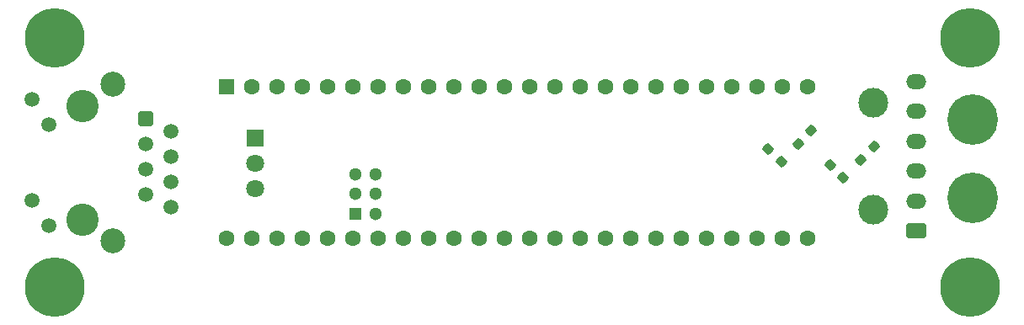
<source format=gbs>
G04 #@! TF.GenerationSoftware,KiCad,Pcbnew,(6.0.8)*
G04 #@! TF.CreationDate,2022-11-19T16:18:39-06:00*
G04 #@! TF.ProjectId,NavBoard_Hardware,4e617642-6f61-4726-945f-486172647761,rev?*
G04 #@! TF.SameCoordinates,Original*
G04 #@! TF.FileFunction,Soldermask,Bot*
G04 #@! TF.FilePolarity,Negative*
%FSLAX46Y46*%
G04 Gerber Fmt 4.6, Leading zero omitted, Abs format (unit mm)*
G04 Created by KiCad (PCBNEW (6.0.8)) date 2022-11-19 16:18:39*
%MOMM*%
%LPD*%
G01*
G04 APERTURE LIST*
G04 Aperture macros list*
%AMRoundRect*
0 Rectangle with rounded corners*
0 $1 Rounding radius*
0 $2 $3 $4 $5 $6 $7 $8 $9 X,Y pos of 4 corners*
0 Add a 4 corners polygon primitive as box body*
4,1,4,$2,$3,$4,$5,$6,$7,$8,$9,$2,$3,0*
0 Add four circle primitives for the rounded corners*
1,1,$1+$1,$2,$3*
1,1,$1+$1,$4,$5*
1,1,$1+$1,$6,$7*
1,1,$1+$1,$8,$9*
0 Add four rect primitives between the rounded corners*
20,1,$1+$1,$2,$3,$4,$5,0*
20,1,$1+$1,$4,$5,$6,$7,0*
20,1,$1+$1,$6,$7,$8,$9,0*
20,1,$1+$1,$8,$9,$2,$3,0*%
G04 Aperture macros list end*
%ADD10R,1.800000X1.800000*%
%ADD11C,1.800000*%
%ADD12C,6.000000*%
%ADD13C,3.000000*%
%ADD14RoundRect,0.250001X0.759999X-0.499999X0.759999X0.499999X-0.759999X0.499999X-0.759999X-0.499999X0*%
%ADD15O,2.020000X1.500000*%
%ADD16C,3.250000*%
%ADD17RoundRect,0.250500X-0.499500X0.499500X-0.499500X-0.499500X0.499500X-0.499500X0.499500X0.499500X0*%
%ADD18C,1.500000*%
%ADD19C,2.500000*%
%ADD20RoundRect,0.237500X0.344715X-0.008839X-0.008839X0.344715X-0.344715X0.008839X0.008839X-0.344715X0*%
%ADD21R,1.600000X1.600000*%
%ADD22C,1.600000*%
%ADD23R,1.300000X1.300000*%
%ADD24C,1.300000*%
%ADD25RoundRect,0.237500X0.008839X0.344715X-0.344715X-0.008839X-0.008839X-0.344715X0.344715X0.008839X0*%
%ADD26C,5.080000*%
G04 APERTURE END LIST*
D10*
X121180000Y-95187500D03*
D11*
X121180000Y-97727500D03*
X121180000Y-100267500D03*
D12*
X193000000Y-110200000D03*
X193000000Y-85100000D03*
D13*
X183250000Y-102350000D03*
X183250000Y-91650000D03*
D14*
X187570000Y-104500000D03*
D15*
X187570000Y-101500000D03*
X187570000Y-98500000D03*
X187570000Y-95500000D03*
X187570000Y-92500000D03*
X187570000Y-89500000D03*
D12*
X101000000Y-85100000D03*
D16*
X103775000Y-91930000D03*
X103775000Y-103360000D03*
D17*
X110125000Y-93200000D03*
D18*
X112665000Y-94470000D03*
X110125000Y-95740000D03*
X112665000Y-97010000D03*
X110125000Y-98280000D03*
X112665000Y-99550000D03*
X110125000Y-100820000D03*
X112665000Y-102090000D03*
X98695000Y-91320000D03*
X100395000Y-93860000D03*
X98695000Y-101430000D03*
X100395000Y-103970000D03*
D19*
X106825000Y-105520000D03*
X106825000Y-89770000D03*
D12*
X101000000Y-110200000D03*
D20*
X180245235Y-99145235D03*
X178954765Y-97854765D03*
D21*
X118250200Y-90000000D03*
D22*
X120790200Y-90000000D03*
X123330200Y-90000000D03*
X125870200Y-90000000D03*
X128410200Y-90000000D03*
X130950200Y-90000000D03*
X133490200Y-90000000D03*
X136030200Y-90000000D03*
X138570200Y-90000000D03*
X141110200Y-90000000D03*
X143650200Y-90000000D03*
X146190200Y-90000000D03*
X148730200Y-90000000D03*
X151270200Y-90000000D03*
X153810200Y-90000000D03*
X156350200Y-90000000D03*
X158890200Y-90000000D03*
X161430200Y-90000000D03*
X163970200Y-90000000D03*
X166510200Y-90000000D03*
X169050200Y-90000000D03*
X171590200Y-90000000D03*
X174130200Y-90000000D03*
X176670200Y-90000000D03*
X176670200Y-105240000D03*
X174130200Y-105240000D03*
X171590200Y-105240000D03*
X169050200Y-105240000D03*
X166510200Y-105240000D03*
X163970200Y-105240000D03*
X161430200Y-105240000D03*
X158890200Y-105240000D03*
X156350200Y-105240000D03*
X153810200Y-105240000D03*
X151270200Y-105240000D03*
X148730200Y-105240000D03*
X146190200Y-105240000D03*
X143650200Y-105240000D03*
X141110200Y-105240000D03*
X138570200Y-105240000D03*
X136030200Y-105240000D03*
X133490200Y-105240000D03*
X130950200Y-105240000D03*
X128410200Y-105240000D03*
X125870200Y-105240000D03*
X123330200Y-105240000D03*
X120790200Y-105240000D03*
X118250200Y-105240000D03*
D23*
X131220200Y-102801600D03*
D24*
X131220200Y-100801600D03*
X131220200Y-98801600D03*
X133220200Y-98801600D03*
X133220200Y-100801600D03*
X133220200Y-102801600D03*
D25*
X183345235Y-96054765D03*
X182054765Y-97345235D03*
X177045235Y-94454765D03*
X175754765Y-95745235D03*
D26*
X193322800Y-93333000D03*
X193322800Y-101207000D03*
D20*
X174023205Y-97535706D03*
X172732735Y-96245236D03*
M02*

</source>
